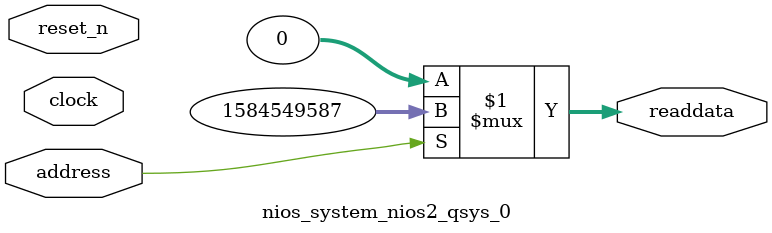
<source format=v>



// synthesis translate_off
`timescale 1ns / 1ps
// synthesis translate_on

// turn off superfluous verilog processor warnings 
// altera message_level Level1 
// altera message_off 10034 10035 10036 10037 10230 10240 10030 

module nios_system_nios2_qsys_0 (
               // inputs:
                address,
                clock,
                reset_n,

               // outputs:
                readdata
             )
;

  output  [ 31: 0] readdata;
  input            address;
  input            clock;
  input            reset_n;

  wire    [ 31: 0] readdata;
  //control_slave, which is an e_avalon_slave
  assign readdata = address ? 1584549587 : 0;

endmodule



</source>
